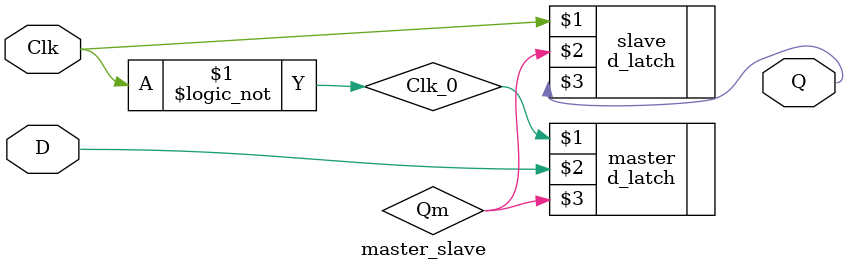
<source format=v>
`timescale 1ns / 1ps


module master_slave(
    input Clk, D,
    output Q
    );
    
    (*keep="true"*) wire Qm, Clk_0;
    
    assign Clk_0 = !Clk;
    
    d_latch master(Clk_0,D,Qm);
    d_latch slave(Clk,Qm,Q);
    
endmodule

</source>
